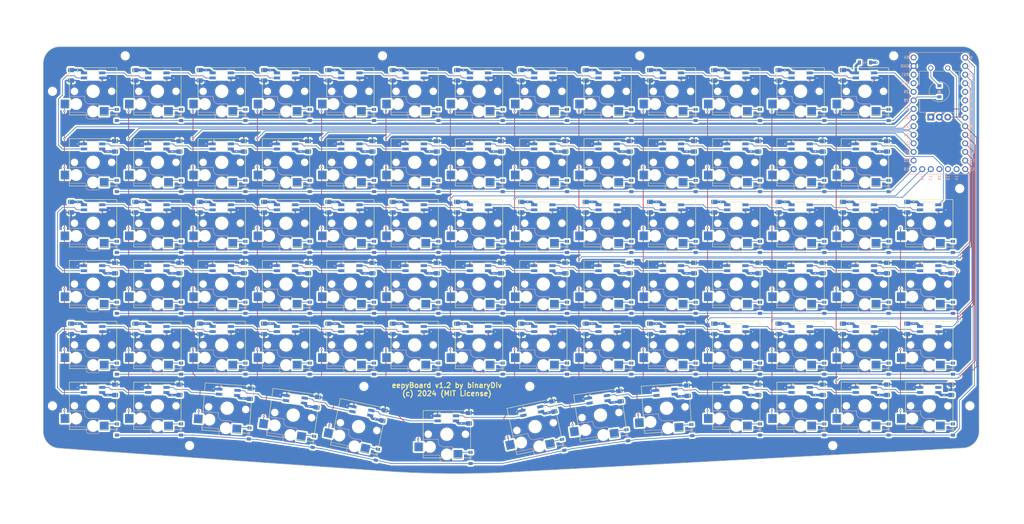
<source format=kicad_pcb>
(kicad_pcb
	(version 20240108)
	(generator "pcbnew")
	(generator_version "8.0")
	(general
		(thickness 1.6)
		(legacy_teardrops no)
	)
	(paper "A3")
	(title_block
		(title "eepyboard")
		(rev "1.2")
		(company "binaryDiv")
	)
	(layers
		(0 "F.Cu" signal)
		(1 "In1.Cu" power)
		(2 "In2.Cu" power)
		(31 "B.Cu" signal)
		(32 "B.Adhes" user "B.Adhesive")
		(33 "F.Adhes" user "F.Adhesive")
		(34 "B.Paste" user)
		(35 "F.Paste" user)
		(36 "B.SilkS" user "B.Silkscreen")
		(37 "F.SilkS" user "F.Silkscreen")
		(38 "B.Mask" user)
		(39 "F.Mask" user)
		(40 "Dwgs.User" user "User.Drawings")
		(41 "Cmts.User" user "User.Comments")
		(42 "Eco1.User" user "User.Eco1")
		(43 "Eco2.User" user "User.Eco2")
		(44 "Edge.Cuts" user)
		(45 "Margin" user)
		(46 "B.CrtYd" user "B.Courtyard")
		(47 "F.CrtYd" user "F.Courtyard")
		(48 "B.Fab" user)
		(49 "F.Fab" user)
	)
	(setup
		(stackup
			(layer "F.SilkS"
				(type "Top Silk Screen")
			)
			(layer "F.Paste"
				(type "Top Solder Paste")
			)
			(layer "F.Mask"
				(type "Top Solder Mask")
				(thickness 0.01)
			)
			(layer "F.Cu"
				(type "copper")
				(thickness 0.035)
			)
			(layer "dielectric 1"
				(type "prepreg")
				(thickness 0.1)
				(material "FR4")
				(epsilon_r 4.5)
				(loss_tangent 0.02)
			)
			(layer "In1.Cu"
				(type "copper")
				(thickness 0.035)
			)
			(layer "dielectric 2"
				(type "core")
				(thickness 1.24)
				(material "FR4")
				(epsilon_r 4.5)
				(loss_tangent 0.02)
			)
			(layer "In2.Cu"
				(type "copper")
				(thickness 0.035)
			)
			(layer "dielectric 3"
				(type "prepreg")
				(thickness 0.1)
				(material "FR4")
				(epsilon_r 4.5)
				(loss_tangent 0.02)
			)
			(layer "B.Cu"
				(type "copper")
				(thickness 0.035)
			)
			(layer "B.Mask"
				(type "Bottom Solder Mask")
				(thickness 0.01)
			)
			(layer "B.Paste"
				(type "Bottom Solder Paste")
			)
			(layer "B.SilkS"
				(type "Bottom Silk Screen")
			)
			(copper_finish "None")
			(dielectric_constraints no)
		)
		(pad_to_mask_clearance 0.05)
		(allow_soldermask_bridges_in_footprints no)
		(pcbplotparams
			(layerselection 0x00010fc_ffffffff)
			(plot_on_all_layers_selection 0x0000000_00000000)
			(disableapertmacros no)
			(usegerberextensions no)
			(usegerberattributes yes)
			(usegerberadvancedattributes yes)
			(creategerberjobfile yes)
			(dashed_line_dash_ratio 12.000000)
			(dashed_line_gap_ratio 3.000000)
			(svgprecision 4)
			(plotframeref no)
			(viasonmask no)
			(mode 1)
			(useauxorigin no)
			(hpglpennumber 1)
			(hpglpenspeed 20)
			(hpglpendiameter 15.000000)
			(pdf_front_fp_property_popups yes)
			(pdf_back_fp_property_popups yes)
			(dxfpolygonmode yes)
			(dxfimperialunits yes)
			(dxfusepcbnewfont yes)
			(psnegative no)
			(psa4output no)
			(plotreference yes)
			(plotvalue yes)
			(plotfptext yes)
			(plotinvisibletext no)
			(sketchpadsonfab no)
			(subtractmaskfromsilk no)
			(outputformat 1)
			(mirror no)
			(drillshape 0)
			(scaleselection 1)
			(outputdirectory "gerber/")
		)
	)
	(net 0 "")
	(net 1 "ROW1")
	(net 2 "ROW2")
	(net 3 "ROW3")
	(net 4 "ROW4")
	(net 5 "GP4")
	(net 6 "GP5")
	(net 7 "rotary_top_right_a")
	(net 8 "rotary_top_right_b")
	(net 9 "COL14")
	(net 10 "COL13")
	(net 11 "COL12")
	(net 12 "COL11")
	(net 13 "COL10")
	(net 14 "COL9")
	(net 15 "GP14")
	(net 16 "GP15")
	(net 17 "GP16")
	(net 18 "COL8")
	(net 19 "COL7")
	(net 20 "VCC")
	(net 21 "GND")
	(net 22 "RST")
	(net 23 "3V3")
	(net 24 "led_din_function_f12")
	(net 25 "ROW6")
	(net 26 "COL1")
	(net 27 "COL2")
	(net 28 "COL3")
	(net 29 "COL4")
	(net 30 "COL5")
	(net 31 "COL6")
	(net 32 "GP20")
	(net 33 "ROW5")
	(net 34 "diode_main_left_mods")
	(net 35 "diode_main_left_bottom")
	(net 36 "diode_main_left_home")
	(net 37 "diode_main_left_top")
	(net 38 "diode_main_left_numbers")
	(net 39 "diode_main_one_mods")
	(net 40 "diode_main_one_bottom")
	(net 41 "diode_main_one_home")
	(net 42 "diode_main_one_top")
	(net 43 "diode_main_one_numbers")
	(net 44 "diode_main_two_bottom")
	(net 45 "diode_main_two_home")
	(net 46 "diode_main_two_top")
	(net 47 "diode_main_two_numbers")
	(net 48 "diode_main_three_bottom")
	(net 49 "diode_main_three_home")
	(net 50 "diode_main_three_top")
	(net 51 "diode_main_three_numbers")
	(net 52 "diode_main_four_bottom")
	(net 53 "diode_main_four_home")
	(net 54 "diode_main_four_top")
	(net 55 "diode_main_four_numbers")
	(net 56 "diode_main_five_bottom")
	(net 57 "diode_main_five_home")
	(net 58 "diode_main_five_top")
	(net 59 "diode_main_five_numbers")
	(net 60 "diode_main_six_bottom")
	(net 61 "diode_main_six_home")
	(net 62 "diode_main_six_top")
	(net 63 "diode_main_six_numbers")
	(net 64 "diode_main_seven_bottom")
	(net 65 "diode_main_seven_home")
	(net 66 "diode_main_seven_top")
	(net 67 "diode_main_seven_numbers")
	(net 68 "diode_main_eight_bottom")
	(net 69 "diode_main_eight_home")
	(net 70 "diode_main_eight_top")
	(net 71 "diode_main_eight_numbers")
	(net 72 "diode_main_nine_bottom")
	(net 73 "diode_main_nine_home")
	(net 74 "diode_main_nine_top")
	(net 75 "diode_main_nine_numbers")
	(net 76 "diode_main_ten_mods")
	(net 77 "diode_main_ten_bottom")
	(net 78 "diode_main_ten_home")
	(net 79 "diode_main_ten_top")
	(net 80 "diode_main_ten_numbers")
	(net 81 "diode_main_eleven_mods")
	(net 82 "diode_main_eleven_bottom")
	(net 83 "diode_main_eleven_home")
	(net 84 "diode_main_eleven_top")
	(net 85 "diode_main_eleven_numbers")
	(net 86 "diode_main_twelve_mods")
	(net 87 "diode_main_twelve_bottom")
	(net 88 "diode_main_twelve_home")
	(net 89 "diode_main_twelve_top")
	(net 90 "diode_main_twelve_numbers")
	(net 91 "diode_main_right_mods")
	(net 92 "diode_main_right_bottom")
	(net 93 "diode_main_right_home")
	(net 94 "diode_main_right_top")
	(net 95 "diode_thumb_one")
	(net 96 "diode_thumb_two")
	(net 97 "diode_thumb_three")
	(net 98 "diode_mirror_thumb_one")
	(net 99 "diode_mirror_thumb_two")
	(net 100 "diode_mirror_thumb_three")
	(net 101 "diode_thumb_center")
	(net 102 "diode_function_esc")
	(net 103 "diode_function_f1")
	(net 104 "diode_function_f2")
	(net 105 "diode_function_f3")
	(net 106 "diode_function_f4")
	(net 107 "diode_function_f5")
	(net 108 "diode_function_f6")
	(net 109 "diode_function_f7")
	(net 110 "diode_function_f8")
	(net 111 "diode_function_f9")
	(net 112 "diode_function_f10")
	(net 113 "diode_function_f11")
	(net 114 "diode_function_f12")
	(net 115 "diode_rotary_top_right")
	(net 116 "led_din_main_left_bottom")
	(net 117 "led_din_main_left_mods")
	(net 118 "led_din_main_left_top")
	(net 119 "led_din_main_left_home")
	(net 120 "led_din_main_one_bottom")
	(net 121 "led_din_main_one_top")
	(net 122 "led_din_main_two_bottom")
	(net 123 "led_din_main_two_top")
	(net 124 "led_din_main_three_bottom")
	(net 125 "led_din_main_three_top")
	(net 126 "led_din_main_four_bottom")
	(net 127 "led_din_main_four_top")
	(net 128 "led_din_main_five_bottom")
	(net 129 "led_din_main_five_top")
	(net 130 "led_din_main_six_bottom")
	(net 131 "led_din_main_six_top")
	(net 132 "led_din_main_seven_bottom")
	(net 133 "led_din_main_seven_top")
	(net 134 "led_din_main_eight_bottom")
	(net 135 "led_din_main_eight_top")
	(net 136 "led_din_main_nine_bottom")
	(net 137 "led_din_main_nine_top")
	(net 138 "led_din_main_ten_bottom")
	(net 139 "led_din_main_ten_top")
	(net 140 "led_din_main_eleven_bottom")
	(net 141 "led_din_main_eleven_top")
	(net 142 "led_din_main_twelve_bottom")
	(net 143 "led_din_main_twelve_top")
	(net 144 "led_din_main_right_bottom")
	(net 145 "led_din_main_right_top")
	(net 146 "led_din_function_esc")
	(net 147 "led_din_main_left_numbers")
	(net 148 "led_din_function_f1")
	(net 149 "led_din_function_f2")
	(net 150 "led_din_function_f3")
	(net 151 "led_din_function_f4")
	(net 152 "led_din_function_f5")
	(net 153 "led_din_function_f6")
	(net 154 "led_din_function_f7")
	(net 155 "led_din_function_f8")
	(net 156 "led_din_function_f9")
	(net 157 "led_din_function_f10")
	(net 158 "led_din_function_f11")
	(net 159 "VCC_first_led")
	(net 160 "led_din_main_one_mods")
	(net 161 "led_din_main_one_home")
	(net 162 "led_din_main_one_numbers")
	(net 163 "led_din_thumb_one")
	(net 164 "led_din_main_two_home")
	(net 165 "led_din_main_two_numbers")
	(net 166 "led_din_main_three_home")
	(net 167 "led_din_main_three_numbers")
	(net 168 "led_din_main_four_home")
	(net 169 "led_din_main_four_numbers")
	(net 170 "led_din_main_five_home")
	(net 171 "led_din_main_five_numbers")
	(net 172 "led_din_main_six_home")
	(net 173 "led_din_main_six_numbers")
	(net 174 "led_din_main_seven_home")
	(net 175 "led_din_main_seven_numbers")
	(net 176 "led_din_main_eight_home")
	(net 177 "led_din_main_eight_numbers")
	(net 178 "led_din_main_nine_home")
	(net 179 "led_din_main_nine_numbers")
	(net 180 "led_din_main_ten_home")
	(net 181 "led_din_main_ten_numbers")
	(net 182 "led_din_main_ten_mods")
	(net 183 "led_din_main_eleven_mods")
	(net 184 "led_din_main_eleven_home")
	(net 185 "led_din_main_eleven_numbers")
	(net 186 "led_din_main_twelve_mods")
	(net 187 "led_din_main_twelve_home")
	(net 188 "led_din_main_twelve_numbers")
	(net 189 "led_din_main_right_mods")
	(net 190 "led_din_main_right_home")
	(net 191 "led_din_END_OF_CHAIN")
	(net 192 "led_din_thumb_two")
	(net 193 "led_din_thumb_three")
	(net 194 "led_din_thumb_center")
	(net 195 "led_din_mirror_thumb_one")
	(net 196 "led_din_mirror_thumb_two")
	(net 197 "led_din_mirror_thumb_three")
	(footprint "PG1350" (layer "F.Cu") (at 265.516746 175.175901 180))
	(footprint "SK6812-MINI-E" (layer "F.Cu") (at 227.516748 116.475901))
	(footprint "SK6812-MINI-E" (layer "F.Cu") (at 284.516749 116.475902))
	(footprint "SK6812-MINI-E" (layer "F.Cu") (at 303.516751 77.475901))
	(footprint "SK6812-MINI-E" (layer "F.Cu") (at 284.516747 98.475898 180))
	(footprint "PG1350" (layer "F.Cu") (at 115.121414 175.86051 176))
	(footprint "PG1350" (layer "F.Cu") (at 151.516748 82.1759 180))
	(footprint "SK6812-MINI-E" (layer "F.Cu") (at 170.516748 134.4759 180))
	(footprint "SK6812-MINI-E" (layer "F.Cu") (at 132.516745 116.4759))
	(footprint "SK6812-MINI-E" (layer "F.Cu") (at 265.516746 77.475901))
	(footprint "PG1350" (layer "F.Cu") (at 75.516746 121.175898 180))
	(footprint "MountingHole_2.2mm_M2" (layer "F.Cu") (at 161.016746 71.675903))
	(footprint "PG1350" (layer "F.Cu") (at 246.516746 121.175902 180))
	(footprint "SK6812-MINI-E" (layer "F.Cu") (at 284.516748 152.475898))
	(footprint "PG1350" (layer "F.Cu") (at 132.516747 82.175901 180))
	(footprint "SK6812-MINI-E" (layer "F.Cu") (at 246.516748 77.475899))
	(footprint "SK6812-MINI-E" (layer "F.Cu") (at 170.516749 98.475897 180))
	(footprint "SK6812-MINI-E" (layer "F.Cu") (at 208.516749 134.475898 180))
	(footprint "PG1350" (layer "F.Cu") (at 94.516749 175.175898 180))
	(footprint "MountingHole_2.2mm_M2" (layer "F.Cu") (at 237.016746 71.6759))
	(footprint "SK6812-MINI-E" (layer "F.Cu") (at 322.516747 116.475899))
	(footprint "PG1350" (layer "F.Cu") (at 189.516746 157.175901 180))
	(footprint "PG1350" (layer "F.Cu") (at 284.516747 157.175904 180))
	(footprint "PG1350" (layer "F.Cu") (at 322.516747 175.175899 180))
	(footprint "PG1350" (layer "F.Cu") (at 227.516749 82.175899 180))
	(footprint "SK6812-MINI-E" (layer "F.Cu") (at 284.516748 77.475902))
	(footprint "RotaryEncoder_EC12" (layer "F.Cu") (at 325.516745 82.175902 90))
	(footprint "PG1350" (layer "F.Cu") (at 113.516747 157.175904 180))
	(footprint "PG1350" (layer "F.Cu") (at 94.516748 157.175903 180))
	(footprint "PG1350"
		(layer "F.Cu")
		(uuid "211326fb-47e9-4df5-b218-ccee7f423349")
		(at 132.516745 103.1759 180)
		(property "Reference" "S18"
			(at 0 0 360)
			(layer "F.SilkS")
			(hide yes)
			(uuid "b155cf15-d854-44a5-8a2f-7b16fd722bc7")
			(effects
				(font
					(size 1.27 1.27)
					(thickness 0.15)
				)
			)
		)
		(property "Value" ""
			(at 0 0 360)
			(layer "F.SilkS")
			(hide yes)
			(uuid "0523ef6e-bb53-4506-bb4c-49c4712c71be")
			(effects
				(font
					(size 1.27 1.27)
					(thickness 0.15)
				)
			)
		)
		(property "Footprint" ""
			(at 0 0 360)
			(layer "F.Fab")
			(hide yes)
			(uuid "968a5b30-6f66-4523-8b46-61004b67f5be")
			(effects
				(font
					(size 1.27 1.27)
					(thickness 0.15)
				)
			)
		)
		(property "Datasheet" ""
			(at 0 0 360)
			(layer "F.Fab")
			(hide yes)
			(uuid "30d8aff7-aaba-46
... [6343566 chars truncated]
</source>
